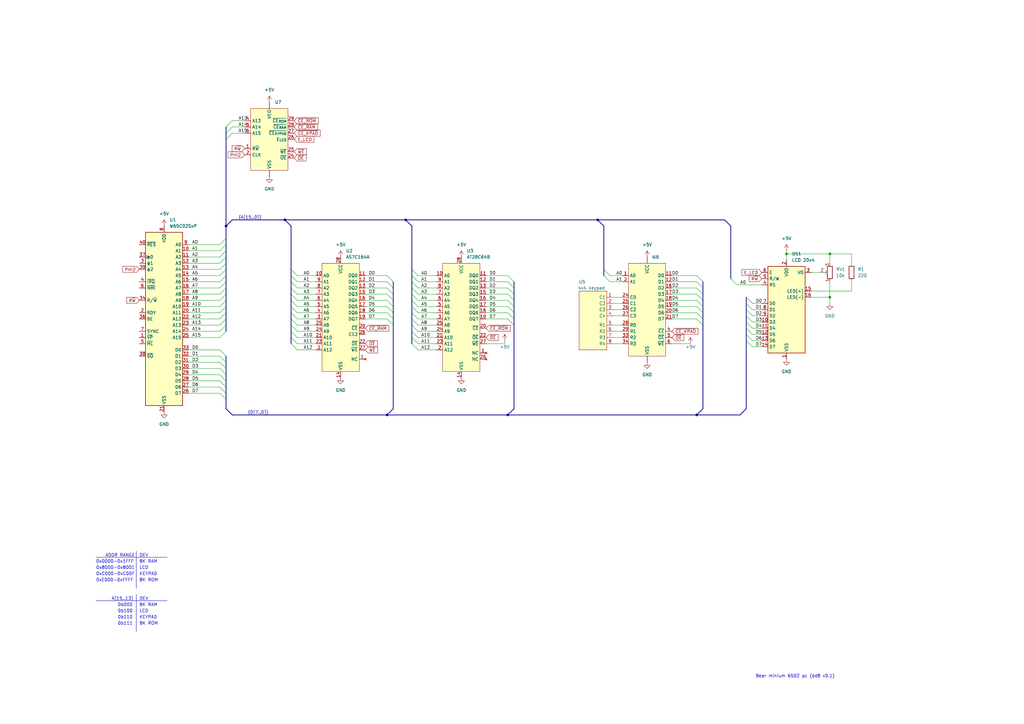
<source format=kicad_sch>
(kicad_sch (version 20230121) (generator eeschema)
  (paper "A3")
  (lib_symbols
    (symbol "Device:R" (pin_numbers hide) (pin_names (offset 0))
      (property "Reference" "R" (at 2.032 0 90))
      (property "Value" "R" (at 0 0 90))
      (symbol "R_0_1"
        (rectangle (start -1.016 -2.54) (end 1.016 2.54) (stroke (width 0.254)))
      )
      (symbol "R_1_1"
        (pin passive line (at 0 3.81 270) (length 1.27) (name "~") (number "1"))
        (pin passive line (at 0 -3.81 90) (length 1.27) (name "~") (number "2"))
      )
    )
    (symbol "Device:R_Potentiometer_Trim" (pin_names (offset 1.016) hide)
      (property "Reference" "RV" (at -4.445 0 90))
      (property "Value" "R_Potentiometer_Trim" (at -2.54 0 90))
      (symbol "R_Potentiometer_Trim_0_1"
        (polyline (pts (xy 1.524 0.762) (xy 1.524 -0.762)))
        (polyline (pts (xy 2.54 0) (xy 1.524 0)))
        (rectangle (start 1.016 2.54) (end -1.016 -2.54) (stroke (width 0.254)))
      )
      (symbol "R_Potentiometer_Trim_1_1"
        (pin passive line (at 0 3.81 270) (length 1.27) (name "1") (number "1"))
        (pin passive line (at 3.81 0 180) (length 1.27) (name "2") (number "2"))
        (pin passive line (at 0 -3.81 90) (length 1.27) (name "3") (number "3"))
      )
    )
    (symbol "Display_Character:WC1602A"
      (property "Reference" "DS" (at -5.842 19.05 0))
      (property "Value" "WC1602A" (at 5.334 19.05 0))
      (symbol "WC1602A_1_1"
        (rectangle (start -7.62 17.78) (end 7.62 -17.78) (stroke (width 0.254)) (fill (type background)))
        (pin power_in line (at 0 -20.32 90) (length 2.54) (name "VSS") (number "1"))
        (pin input line (at -10.16 -5.08 0) (length 2.54) (name "D3") (number "10"))
        (pin input line (at -10.16 -7.62 0) (length 2.54) (name "D4") (number "11"))
        (pin input line (at -10.16 -10.16 0) (length 2.54) (name "D5") (number "12"))
        (pin input line (at -10.16 -12.7 0) (length 2.54) (name "D6") (number "13"))
        (pin input line (at -10.16 -15.24 0) (length 2.54) (name "D7") (number "14"))
        (pin power_in line (at 10.16 7.62 180) (length 2.54) (name "LED(+)") (number "15"))
        (pin power_in line (at 10.16 5.08 180) (length 2.54) (name "LED(-)") (number "16"))
        (pin power_in line (at 0 20.32 270) (length 2.54) (name "VDD") (number "2"))
        (pin input line (at 10.16 15.24 180) (length 2.54) (name "VO") (number "3"))
        (pin input line (at -10.16 10.16 0) (length 2.54) (name "RS") (number "4"))
        (pin input line (at -10.16 12.7 0) (length 2.54) (name "R/W") (number "5"))
        (pin input line (at -10.16 15.24 0) (length 2.54) (name "E") (number "6"))
        (pin input line (at -10.16 2.54 0) (length 2.54) (name "D0") (number "7"))
        (pin input line (at -10.16 0 0) (length 2.54) (name "D1") (number "8"))
        (pin input line (at -10.16 -2.54 0) (length 2.54) (name "D2") (number "9"))
      )
    )
    (symbol "PCM_65xx-library:W65C02SxP"
      (property "Reference" "U" (at 2.54 40.64 0))
      (property "Value" "W65C02SxP" (at 2.54 38.1 0))
      (symbol "W65C02SxP_0_1"
        (rectangle (start -7.62 35.56) (end 7.62 -35.56) (stroke (width 0.254)) (fill (type background)))
      )
      (symbol "W65C02SxP_1_1"
        (pin output line (at -10.16 -7.62 0) (length 2.54) (name "~{VP}") (number "1"))
        (pin tri_state line (at 10.16 27.94 180) (length 2.54) (name "A1") (number "10"))
        (pin tri_state line (at 10.16 25.4 180) (length 2.54) (name "A2") (number "11"))
        (pin tri_state line (at 10.16 22.86 180) (length 2.54) (name "A3") (number "12"))
        (pin tri_state line (at 10.16 20.32 180) (length 2.54) (name "A4") (number "13"))
        (pin tri_state line (at 10.16 17.78 180) (length 2.54) (name "A5") (number "14"))
        (pin tri_state line (at 10.16 15.24 180) (length 2.54) (name "A6") (number "15"))
        (pin tri_state line (at 10.16 12.7 180) (length 2.54) (name "A7") (number "16"))
        (pin tri_state line (at 10.16 10.16 180) (length 2.54) (name "A8") (number "17"))
        (pin tri_state line (at 10.16 7.62 180) (length 2.54) (name "A9") (number "18"))
        (pin tri_state line (at 10.16 5.08 180) (length 2.54) (name "A10") (number "19"))
        (pin open_collector line (at -10.16 2.54 0) (length 2.54) (name "RDY") (number "2"))
        (pin tri_state line (at 10.16 2.54 180) (length 2.54) (name "A11") (number "20"))
        (pin power_in line (at 0 -38.1 90) (length 2.54) (name "VSS") (number "21"))
        (pin tri_state line (at 10.16 0 180) (length 2.54) (name "A12") (number "22"))
        (pin tri_state line (at 10.16 -2.54 180) (length 2.54) (name "A13") (number "23"))
        (pin tri_state line (at 10.16 -5.08 180) (length 2.54) (name "A14") (number "24"))
        (pin tri_state line (at 10.16 -7.62 180) (length 2.54) (name "A15") (number "25"))
        (pin bidirectional line (at 10.16 -30.48 180) (length 2.54) (name "D7") (number "26"))
        (pin bidirectional line (at 10.16 -27.94 180) (length 2.54) (name "D6") (number "27"))
        (pin bidirectional line (at 10.16 -25.4 180) (length 2.54) (name "D5") (number "28"))
        (pin bidirectional line (at 10.16 -22.86 180) (length 2.54) (name "D4") (number "29"))
        (pin output line (at -10.16 22.86 0) (length 2.54) (name "ϕ1") (number "3"))
        (pin bidirectional line (at 10.16 -20.32 180) (length 2.54) (name "D3") (number "30"))
        (pin bidirectional line (at 10.16 -17.78 180) (length 2.54) (name "D2") (number "31"))
        (pin bidirectional line (at 10.16 -15.24 180) (length 2.54) (name "D1") (number "32"))
        (pin bidirectional line (at 10.16 -12.7 180) (length 2.54) (name "D0") (number "33"))
        (pin tri_state line (at -10.16 7.62 0) (length 2.54) (name "R/~{W}") (number "34"))
        (pin no_connect non_logic (at -7.62 -30.48 0) (length 2.54) hide (name "nc") (number "35"))
        (pin input line (at -10.16 0 0) (length 2.54) (name "BE") (number "36"))
        (pin input clock (at -10.16 25.4 0) (length 2.54) (name "ϕ0") (number "37"))
        (pin input line (at -10.16 -15.24 0) (length 2.54) (name "~{SO}") (number "38"))
        (pin output line (at -10.16 20.32 0) (length 2.54) (name "ϕ2") (number "39"))
        (pin input line (at -10.16 15.24 0) (length 2.54) (name "~{IRQ}") (number "4"))
        (pin input line (at -10.16 30.48 0) (length 2.54) (name "~{RES}") (number "40"))
        (pin output line (at -10.16 -10.16 0) (length 2.54) (name "~{ML}") (number "5"))
        (pin input line (at -10.16 12.7 0) (length 2.54) (name "~{NMI}") (number "6"))
        (pin output line (at -10.16 -5.08 0) (length 2.54) (name "SYNC") (number "7"))
        (pin power_in line (at 0 38.1 270) (length 2.54) (name "VDD") (number "8"))
        (pin tri_state line (at 10.16 30.48 180) (length 2.54) (name "A0") (number "9"))
      )
    )
    (symbol "dd8_components_library:4x4_keypad"
      (property "Reference" "U" (at 3.81 13.97 0))
      (symbol "4x4_keypad_1_1"
        (rectangle (start -2.54 11.43) (end 8.89 -12.7) (fill (type background)))
        (pin bidirectional line (at -5.08 8.89 0) (length 2.54) (name "C1") (number "1"))
        (pin bidirectional line (at -5.08 6.35 0) (length 2.54) (name "C2") (number "2"))
        (pin bidirectional line (at -5.08 3.81 0) (length 2.54) (name "C3") (number "3"))
        (pin bidirectional line (at -5.08 1.27 0) (length 2.54) (name "C4") (number "4"))
        (pin bidirectional line (at -5.08 -2.54 0) (length 2.54) (name "R1") (number "5"))
        (pin bidirectional line (at -5.08 -5.08 0) (length 2.54) (name "R2") (number "6"))
        (pin bidirectional line (at -5.08 -7.62 0) (length 2.54) (name "R3") (number "7"))
        (pin bidirectional line (at -5.08 -10.16 0) (length 2.54) (name "R4") (number "8"))
      )
    )
    (symbol "dd8_components_library:AS7C164A"
      (property "Reference" "U" (at 2.54 25.4 0))
      (property "Value" "AS7C164A" (at 6.35 22.86 0))
      (symbol "AS7C164A_1_1"
        (rectangle (start -7.62 21.59) (end 7.62 -22.86) (fill (type background)))
        (pin no_connect line (at 10.16 -17.78 180) (length 2.54) (name "NC") (number "1"))
        (pin input line (at -10.16 16.51 0) (length 2.54) (name "A0") (number "10"))
        (pin tri_state line (at 10.16 16.51 180) (length 2.54) (name "DQ0") (number "11"))
        (pin tri_state line (at 10.16 13.97 180) (length 2.54) (name "DQ1") (number "12"))
        (pin tri_state line (at 10.16 11.43 180) (length 2.54) (name "DQ2") (number "13"))
        (pin power_in line (at 0 -25.4 90) (length 2.54) (name "VSS") (number "14"))
        (pin tri_state line (at 10.16 8.89 180) (length 2.54) (name "DQ3") (number "15"))
        (pin tri_state line (at 10.16 6.35 180) (length 2.54) (name "DQ4") (number "16"))
        (pin tri_state line (at 10.16 3.81 180) (length 2.54) (name "DQ5") (number "17"))
        (pin tri_state line (at 10.16 1.27 180) (length 2.54) (name "DQ6") (number "18"))
        (pin tri_state line (at 10.16 -1.27 180) (length 2.54) (name "DQ7") (number "19"))
        (pin input line (at -10.16 -13.97 0) (length 2.54) (name "A12") (number "2"))
        (pin input line (at 10.16 -5.08 180) (length 2.54) (name "~{CE}") (number "20"))
        (pin input line (at -10.16 -8.89 0) (length 2.54) (name "A10") (number "21"))
        (pin input line (at 10.16 -11.43 180) (length 2.54) (name "~{OE}") (number "22"))
        (pin input line (at -10.16 -11.43 0) (length 2.54) (name "A11") (number "23"))
        (pin input line (at -10.16 -6.35 0) (length 2.54) (name "A9") (number "24"))
        (pin input line (at -10.16 -3.81 0) (length 2.54) (name "A8") (number "25"))
        (pin input line (at 10.16 -7.62 180) (length 2.54) (name "CE2") (number "26"))
        (pin input line (at 10.16 -13.97 180) (length 2.54) (name "~{WE}") (number "27"))
        (pin power_in line (at 0 24.13 270) (length 2.54) (name "VCC") (number "28"))
        (pin input line (at -10.16 -1.27 0) (length 2.54) (name "A7") (number "3"))
        (pin input line (at -10.16 1.27 0) (length 2.54) (name "A6") (number "4"))
        (pin input line (at -10.16 3.81 0) (length 2.54) (name "A5") (number "5"))
        (pin input line (at -10.16 6.35 0) (length 2.54) (name "A4") (number "6"))
        (pin input line (at -10.16 8.89 0) (length 2.54) (name "A3") (number "7"))
        (pin input line (at -10.16 11.43 0) (length 2.54) (name "A2") (number "8"))
        (pin input line (at -10.16 13.97 0) (length 2.54) (name "A1") (number "9"))
      )
    )
    (symbol "dd8_components_library:AT28C64B"
      (property "Reference" "U" (at 2.54 24.13 0))
      (property "Value" "AT28C64B" (at 6.35 21.59 0))
      (symbol "AT28C64B_1_1"
        (rectangle (start -7.62 19.05) (end 7.62 -25.4) (fill (type background)))
        (pin no_connect line (at 10.16 -17.78 180) (length 2.54) (name "NC") (number "1"))
        (pin input line (at -10.16 13.97 0) (length 2.54) (name "A0") (number "10"))
        (pin tri_state line (at 10.16 13.97 180) (length 2.54) (name "DQ0") (number "11"))
        (pin tri_state line (at 10.16 11.43 180) (length 2.54) (name "DQ1") (number "12"))
        (pin tri_state line (at 10.16 8.89 180) (length 2.54) (name "DQ2") (number "13"))
        (pin power_in line (at 0 -27.94 90) (length 2.54) (name "VSS") (number "14"))
        (pin tri_state line (at 10.16 6.35 180) (length 2.54) (name "DQ3") (number "15"))
        (pin tri_state line (at 10.16 3.81 180) (length 2.54) (name "DQ4") (number "16"))
        (pin tri_state line (at 10.16 1.27 180) (length 2.54) (name "DQ5") (number "17"))
        (pin tri_state line (at 10.16 -1.27 180) (length 2.54) (name "DQ6") (number "18"))
        (pin tri_state line (at 10.16 -3.81 180) (length 2.54) (name "DQ7") (number "19"))
        (pin input line (at -10.16 -16.51 0) (length 2.54) (name "A12") (number "2"))
        (pin input line (at 10.16 -7.62 180) (length 2.54) (name "~{CE}") (number "20"))
        (pin input line (at -10.16 -11.43 0) (length 2.54) (name "A10") (number "21"))
        (pin input line (at 10.16 -11.43 180) (length 2.54) (name "~{OE}") (number "22"))
        (pin input line (at -10.16 -13.97 0) (length 2.54) (name "A11") (number "23"))
        (pin input line (at -10.16 -8.89 0) (length 2.54) (name "A9") (number "24"))
        (pin input line (at -10.16 -6.35 0) (length 2.54) (name "A8") (number "25"))
        (pin no_connect line (at 10.16 -20.32 180) (length 2.54) (name "NC") (number "26"))
        (pin input line (at 10.16 -13.97 180) (length 2.54) (name "~{WE}") (number "27"))
        (pin power_in line (at 0 21.59 270) (length 2.54) (name "VCC") (number "28"))
        (pin input line (at -10.16 -3.81 0) (length 2.54) (name "A7") (number "3"))
        (pin input line (at -10.16 -1.27 0) (length 2.54) (name "A6") (number "4"))
        (pin input line (at -10.16 1.27 0) (length 2.54) (name "A5") (number "5"))
        (pin input line (at -10.16 3.81 0) (length 2.54) (name "A4") (number "6"))
        (pin input line (at -10.16 6.35 0) (length 2.54) (name "A3") (number "7"))
        (pin input line (at -10.16 8.89 0) (length 2.54) (name "A2") (number "8"))
        (pin input line (at -10.16 11.43 0) (length 2.54) (name "A1") (number "9"))
      )
    )
    (symbol "ics_v0_1"
      (property "Reference" "U" (at 2.54 17.78 0))
      (symbol "ics_v0_1_1_1"
        (rectangle (start -7.62 12.7) (end 7.62 -12.7) (fill (type background)))
        (pin power_in line (at 0 15.24 270) (length 2.54) (name "VCC") (number ""))
        (pin power_in line (at 0 -15.24 90) (length 2.54) (name "VSS") (number ""))
        (pin input line (at -10.16 -3.81 0) (length 2.54) (name "R~{W}") (number "1"))
        (pin input line (at -10.16 -6.35 0) (length 2.54) (name "CLK") (number "2"))
        (pin output line (at 10.16 -7.62 180) (length 2.54) (name "~{OE}") (number "24"))
        (pin output line (at 10.16 -5.08 180) (length 2.54) (name "~{WE}") (number "25"))
        (pin output line (at 10.16 0 180) (length 2.54) (name "E_{LCD}") (number "26"))
        (pin output line (at 10.16 2.54 180) (length 2.54) (name "~{CE_{KYPAD}}") (number "27"))
        (pin output line (at 10.16 5.08 180) (length 2.54) (name "~{CE_{RAM}}") (number "28"))
        (pin output line (at 10.16 7.62 180) (length 2.54) (name "~{CE_{ROM}}") (number "29"))
        (pin input line (at -10.16 7.62 0) (length 2.54) (name "A13") (number "4"))
        (pin input line (at -10.16 5.08 0) (length 2.54) (name "A14") (number "5"))
        (pin input line (at -10.16 2.54 0) (length 2.54) (name "A15") (number "6"))
      )
    )
    (symbol "keypad_ctrl_1"
      (property "Reference" "U" (at 2.54 27.94 0))
      (symbol "keypad_ctrl_1_1_1"
        (rectangle (start -7.62 22.86) (end 7.62 -15.24) (fill (type background)))
        (pin power_in line (at 0 25.4 270) (length 2.54) (name "VCC") (number ""))
        (pin power_in line (at 0 -17.78 90) (length 2.54) (name "VSS") (number ""))
        (pin input line (at -10.16 17.78 0) (length 2.54) (name "A0") (number "1"))
        (pin output line (at 10.16 17.78 180) (length 2.54) (name "D0") (number "11"))
        (pin output line (at 10.16 15.24 180) (length 2.54) (name "D1") (number "12"))
        (pin output line (at 10.16 12.7 180) (length 2.54) (name "D2") (number "16"))
        (pin output line (at 10.16 10.16 180) (length 2.54) (name "D3") (number "17"))
        (pin output line (at 10.16 7.62 180) (length 2.54) (name "D4") (number "18"))
        (pin output line (at 10.16 5.08 180) (length 2.54) (name "D5") (number "19"))
        (pin input line (at -10.16 15.24 0) (length 2.54) (name "A1") (number "2"))
        (pin output line (at 10.16 2.54 180) (length 2.54) (name "D6") (number "20"))
        (pin output line (at 10.16 0 180) (length 2.54) (name "D7") (number "21"))
        (pin output line (at -10.16 8.89 0) (length 2.54) (name "C0") (number "24"))
        (pin output line (at -10.16 6.35 0) (length 2.54) (name "C1") (number "25"))
        (pin output line (at -10.16 3.81 0) (length 2.54) (name "C2") (number "26"))
        (pin output line (at -10.16 1.27 0) (length 2.54) (name "C3") (number "27"))
        (pin input line (at -10.16 -2.54 0) (length 2.54) (name "R0") (number "28"))
        (pin input line (at -10.16 -5.08 0) (length 2.54) (name "R1") (number "29"))
        (pin input line (at -10.16 -7.62 0) (length 2.54) (name "R2") (number "33"))
        (pin input line (at -10.16 -10.16 0) (length 2.54) (name "R3") (number "34"))
        (pin input line (at 10.16 -5.08 180) (length 2.54) (name "~{CE}") (number "4"))
        (pin input line (at 10.16 -7.62 180) (length 2.54) (name "~{OE}") (number "5"))
        (pin input line (at 10.16 -10.16 180) (length 2.54) (name "~{WE}") (number "6"))
      )
    )
    (symbol "power:+5V" (power) (pin_names (offset 0))
      (property "Value" "+5V" (at 0 3.556 0))
      (symbol "+5V_0_1"
        (polyline (pts (xy -0.762 1.27) (xy 0 2.54)))
        (polyline (pts (xy 0 0) (xy 0 2.54)))
        (polyline (pts (xy 0 2.54) (xy 0.762 1.27)))
      )
      (symbol "+5V_1_1"
        (pin power_in line (at 0 0 90) (length 0) hide (name "+5V") (number "1"))
      )
    )
    (symbol "power:GND" (power) (pin_names (offset 0))
      (property "Value" "GND" (at 0 -3.81 0))
      (symbol "GND_0_1"
        (polyline (pts (xy 0 0) (xy 0 -1.27) (xy 1.27 -1.27) (xy 0 -2.54) (xy -1.27 -1.27) (xy 0 -1.27)))
      )
      (symbol "GND_1_1"
        (pin power_in line (at 0 0 270) (length 0) hide (name "GND") (number "1"))
      )
    )
  )
  (junction (at 166.37 90.17))
  (junction (at 92.71 92.71))
  (junction (at 340.36 104.14))
  (junction (at 285.75 170.18))
  (junction (at 158.75 170.18))
  (junction (at 322.58 104.14))
  (junction (at 340.36 121.92))
  (junction (at 245.11 90.17))
  (junction (at 208.28 170.18))
  (junction (at 116.84 90.17))
  (bus_entry (at 306.07 137.16) (size 2.54 2.54))
  (bus_entry (at 158.75 113.03) (size 2.54 2.54))
  (bus_entry (at 90.17 130.81) (size 2.54 -2.54))
  (bus_entry (at 158.75 128.27) (size 2.54 2.54))
  (bus_entry (at 90.17 120.65) (size 2.54 -2.54))
  (bus_entry (at 208.28 125.73) (size 2.54 2.54))
  (bus_entry (at 168.91 138.43) (size 2.54 2.54))
  (bus_entry (at 119.38 120.65) (size 2.54 2.54))
  (bus_entry (at 119.38 118.11) (size 2.54 2.54))
  (bus_entry (at 90.17 148.59) (size 2.54 2.54))
  (bus_entry (at 168.91 128.27) (size 2.54 2.54))
  (bus_entry (at 306.07 124.46) (size 2.54 2.54))
  (bus_entry (at 208.28 115.57) (size 2.54 2.54))
  (bus_entry (at 168.91 123.19) (size 2.54 2.54))
  (bus_entry (at 168.91 120.65) (size 2.54 2.54))
  (bus_entry (at 119.38 125.73) (size 2.54 2.54))
  (bus_entry (at 285.75 118.11) (size 2.54 2.54))
  (bus_entry (at 158.75 123.19) (size 2.54 2.54))
  (bus_entry (at 90.17 118.11) (size 2.54 -2.54))
  (bus_entry (at 90.17 113.03) (size 2.54 -2.54))
  (bus_entry (at 90.17 153.67) (size 2.54 2.54))
  (bus_entry (at 247.65 113.03) (size 2.54 2.54))
  (bus_entry (at 168.91 133.35) (size 2.54 2.54))
  (bus_entry (at 90.17 115.57) (size 2.54 -2.54))
  (bus_entry (at 168.91 118.11) (size 2.54 2.54))
  (bus_entry (at 208.28 113.03) (size 2.54 2.54))
  (bus_entry (at 90.17 123.19) (size 2.54 -2.54))
  (bus_entry (at 119.38 133.35) (size 2.54 2.54))
  (bus_entry (at 168.91 115.57) (size 2.54 2.54))
  (bus_entry (at 158.75 115.57) (size 2.54 2.54))
  (bus_entry (at 92.71 57.15) (size 2.54 -2.54))
  (bus_entry (at 285.75 123.19) (size 2.54 2.54))
  (bus_entry (at 119.38 130.81) (size 2.54 2.54))
  (bus_entry (at 247.65 110.49) (size 2.54 2.54))
  (bus_entry (at 285.75 128.27) (size 2.54 2.54))
  (bus_entry (at 119.38 140.97) (size 2.54 2.54))
  (bus_entry (at 285.75 115.57) (size 2.54 2.54))
  (bus_entry (at 285.75 125.73) (size 2.54 2.54))
  (bus_entry (at 90.17 135.89) (size 2.54 -2.54))
  (bus_entry (at 119.38 113.03) (size 2.54 2.54))
  (bus_entry (at 158.75 125.73) (size 2.54 2.54))
  (bus_entry (at 90.17 102.87) (size 2.54 -2.54))
  (bus_entry (at 168.91 135.89) (size 2.54 2.54))
  (bus_entry (at 306.07 129.54) (size 2.54 2.54))
  (bus_entry (at 92.71 54.61) (size 2.54 -2.54))
  (bus_entry (at 306.07 134.62) (size 2.54 2.54))
  (bus_entry (at 285.75 120.65) (size 2.54 2.54))
  (bus_entry (at 306.07 132.08) (size 2.54 2.54))
  (bus_entry (at 90.17 156.21) (size 2.54 2.54))
  (bus_entry (at 306.07 139.7) (size 2.54 2.54))
  (bus_entry (at 168.91 125.73) (size 2.54 2.54))
  (bus_entry (at 90.17 133.35) (size 2.54 -2.54))
  (bus_entry (at 90.17 100.33) (size 2.54 -2.54))
  (bus_entry (at 90.17 143.51) (size 2.54 2.54))
  (bus_entry (at 168.91 140.97) (size 2.54 2.54))
  (bus_entry (at 119.38 123.19) (size 2.54 2.54))
  (bus_entry (at 299.72 114.3) (size 2.54 2.54))
  (bus_entry (at 119.38 128.27) (size 2.54 2.54))
  (bus_entry (at 208.28 120.65) (size 2.54 2.54))
  (bus_entry (at 90.17 161.29) (size 2.54 2.54))
  (bus_entry (at 168.91 110.49) (size 2.54 2.54))
  (bus_entry (at 208.28 130.81) (size 2.54 2.54))
  (bus_entry (at 306.07 127) (size 2.54 2.54))
  (bus_entry (at 90.17 138.43) (size 2.54 -2.54))
  (bus_entry (at 92.71 52.07) (size 2.54 -2.54))
  (bus_entry (at 285.75 130.81) (size 2.54 2.54))
  (bus_entry (at 90.17 107.95) (size 2.54 -2.54))
  (bus_entry (at 285.75 113.03) (size 2.54 2.54))
  (bus_entry (at 168.91 130.81) (size 2.54 2.54))
  (bus_entry (at 208.28 128.27) (size 2.54 2.54))
  (bus_entry (at 306.07 121.92) (size 2.54 2.54))
  (bus_entry (at 158.75 130.81) (size 2.54 2.54))
  (bus_entry (at 208.28 123.19) (size 2.54 2.54))
  (bus_entry (at 168.91 113.03) (size 2.54 2.54))
  (bus_entry (at 119.38 135.89) (size 2.54 2.54))
  (bus_entry (at 119.38 110.49) (size 2.54 2.54))
  (bus_entry (at 119.38 115.57) (size 2.54 2.54))
  (bus_entry (at 90.17 125.73) (size 2.54 -2.54))
  (bus_entry (at 208.28 118.11) (size 2.54 2.54))
  (bus_entry (at 90.17 146.05) (size 2.54 2.54))
  (bus_entry (at 158.75 120.65) (size 2.54 2.54))
  (bus_entry (at 90.17 128.27) (size 2.54 -2.54))
  (bus_entry (at 119.38 138.43) (size 2.54 2.54))
  (bus_entry (at 90.17 110.49) (size 2.54 -2.54))
  (bus_entry (at 158.75 118.11) (size 2.54 2.54))
  (bus_entry (at 90.17 151.13) (size 2.54 2.54))
  (bus_entry (at 90.17 158.75) (size 2.54 2.54))
  (bus_entry (at 90.17 105.41) (size 2.54 -2.54))
  (bus (pts (xy 288.29 115.57) (xy 288.29 118.11)))
  (wire (pts (xy 77.47 110.49) (xy 90.17 110.49)))
  (bus (pts (xy 95.25 170.18) (xy 158.75 170.18)))
  (wire (pts (xy 77.47 100.33) (xy 90.17 100.33)))
  (wire (pts (xy 171.45 128.27) (xy 179.07 128.27)))
  (wire (pts (xy 340.36 104.14) (xy 340.36 107.95)))
  (bus (pts (xy 288.29 130.81) (xy 288.29 133.35)))
  (bus (pts (xy 92.71 92.71) (xy 95.25 90.17)))
  (wire (pts (xy 77.47 158.75) (xy 90.17 158.75)))
  (bus (pts (xy 92.71 54.61) (xy 92.71 57.15)))
  (bus (pts (xy 168.91 92.71) (xy 166.37 90.17)))
  (bus (pts (xy 288.29 128.27) (xy 288.29 130.81)))
  (bus (pts (xy 119.38 110.49) (xy 119.38 92.71)))
  (bus (pts (xy 95.25 90.17) (xy 116.84 90.17)))
  (bus (pts (xy 92.71 130.81) (xy 92.71 128.27)))
  (bus (pts (xy 168.91 130.81) (xy 168.91 128.27)))
  (wire (pts (xy 199.39 118.11) (xy 208.28 118.11)))
  (wire (pts (xy 121.92 143.51) (xy 129.54 143.51)))
  (wire (pts (xy 95.25 54.61) (xy 100.33 54.61)))
  (wire (pts (xy 199.39 123.19) (xy 208.28 123.19)))
  (wire (pts (xy 77.47 128.27) (xy 90.17 128.27)))
  (wire (pts (xy 275.59 140.97) (xy 283.21 140.97)))
  (wire (pts (xy 77.47 120.65) (xy 90.17 120.65)))
  (bus (pts (xy 92.71 151.13) (xy 92.71 153.67)))
  (wire (pts (xy 95.25 49.53) (xy 100.33 49.53)))
  (wire (pts (xy 251.46 129.54) (xy 255.27 129.54)))
  (wire (pts (xy 121.92 128.27) (xy 129.54 128.27)))
  (wire (pts (xy 171.45 120.65) (xy 179.07 120.65)))
  (wire (pts (xy 275.59 120.65) (xy 285.75 120.65)))
  (wire (pts (xy 171.45 130.81) (xy 179.07 130.81)))
  (wire (pts (xy 308.61 129.54) (xy 312.42 129.54)))
  (wire (pts (xy 149.86 125.73) (xy 158.75 125.73)))
  (wire (pts (xy 77.47 105.41) (xy 90.17 105.41)))
  (wire (pts (xy 302.26 116.84) (xy 312.42 116.84)))
  (wire (pts (xy 149.86 113.03) (xy 158.75 113.03)))
  (bus (pts (xy 208.28 170.18) (xy 285.75 170.18)))
  (bus (pts (xy 247.65 110.49) (xy 247.65 92.71)))
  (bus (pts (xy 92.71 156.21) (xy 92.71 158.75)))
  (bus (pts (xy 245.11 90.17) (xy 297.18 90.17)))
  (bus (pts (xy 306.07 121.92) (xy 306.07 124.46)))
  (wire (pts (xy 171.45 115.57) (xy 179.07 115.57)))
  (wire (pts (xy 77.47 156.21) (xy 90.17 156.21)))
  (bus (pts (xy 92.71 113.03) (xy 92.71 110.49)))
  (wire (pts (xy 251.46 133.35) (xy 255.27 133.35)))
  (bus (pts (xy 299.72 114.3) (xy 299.72 92.71)))
  (wire (pts (xy 207.01 139.7) (xy 207.01 140.97)))
  (wire (pts (xy 308.61 139.7) (xy 312.42 139.7)))
  (bus (pts (xy 92.71 52.07) (xy 92.71 54.61)))
  (bus (pts (xy 161.29 130.81) (xy 161.29 133.35)))
  (wire (pts (xy 121.92 130.81) (xy 129.54 130.81)))
  (bus (pts (xy 168.91 115.57) (xy 168.91 113.03)))
  (bus (pts (xy 92.71 135.89) (xy 92.71 133.35)))
  (wire (pts (xy 121.92 125.73) (xy 129.54 125.73)))
  (wire (pts (xy 77.47 138.43) (xy 90.17 138.43)))
  (bus (pts (xy 92.71 57.15) (xy 92.71 92.71)))
  (wire (pts (xy 308.61 137.16) (xy 312.42 137.16)))
  (wire (pts (xy 349.25 104.14) (xy 349.25 107.95)))
  (bus (pts (xy 119.38 113.03) (xy 119.38 110.49)))
  (wire (pts (xy 121.92 140.97) (xy 129.54 140.97)))
  (bus (pts (xy 92.71 148.59) (xy 92.71 151.13)))
  (wire (pts (xy 251.46 127) (xy 255.27 127)))
  (wire (pts (xy 77.47 146.05) (xy 90.17 146.05)))
  (bus (pts (xy 92.71 158.75) (xy 92.71 161.29)))
  (bus (pts (xy 119.38 133.35) (xy 119.38 130.81)))
  (bus (pts (xy 116.84 90.17) (xy 166.37 90.17)))
  (bus (pts (xy 161.29 125.73) (xy 161.29 128.27)))
  (bus (pts (xy 119.38 130.81) (xy 119.38 128.27)))
  (wire (pts (xy 77.47 151.13) (xy 90.17 151.13)))
  (wire (pts (xy 340.36 121.92) (xy 340.36 124.46)))
  (wire (pts (xy 171.45 123.19) (xy 179.07 123.19)))
  (wire (pts (xy 121.92 135.89) (xy 129.54 135.89)))
  (wire (pts (xy 77.47 102.87) (xy 90.17 102.87)))
  (wire (pts (xy 121.92 120.65) (xy 129.54 120.65)))
  (bus (pts (xy 288.29 118.11) (xy 288.29 120.65)))
  (wire (pts (xy 149.86 128.27) (xy 158.75 128.27)))
  (wire (pts (xy 121.92 133.35) (xy 129.54 133.35)))
  (bus (pts (xy 119.38 115.57) (xy 119.38 113.03)))
  (wire (pts (xy 199.39 130.81) (xy 208.28 130.81)))
  (wire (pts (xy 199.39 115.57) (xy 208.28 115.57)))
  (wire (pts (xy 199.39 113.03) (xy 208.28 113.03)))
  (wire (pts (xy 121.92 113.03) (xy 129.54 113.03)))
  (wire (pts (xy 77.47 133.35) (xy 90.17 133.35)))
  (bus (pts (xy 119.38 125.73) (xy 119.38 123.19)))
  (wire (pts (xy 199.39 125.73) (xy 208.28 125.73)))
  (bus (pts (xy 119.38 118.11) (xy 119.38 115.57)))
  (wire (pts (xy 275.59 123.19) (xy 285.75 123.19)))
  (bus (pts (xy 306.07 139.7) (xy 306.07 167.64)))
  (bus (pts (xy 306.07 137.16) (xy 306.07 139.7)))
  (bus (pts (xy 247.65 113.03) (xy 247.65 110.49)))
  (bus (pts (xy 306.07 134.62) (xy 306.07 137.16)))
  (wire (pts (xy 149.86 115.57) (xy 158.75 115.57)))
  (bus (pts (xy 92.71 133.35) (xy 92.71 130.81)))
  (wire (pts (xy 171.45 135.89) (xy 179.07 135.89)))
  (bus (pts (xy 92.71 118.11) (xy 92.71 115.57)))
  (bus (pts (xy 285.75 170.18) (xy 303.53 170.18)))
  (bus (pts (xy 119.38 135.89) (xy 119.38 133.35)))
  (bus (pts (xy 288.29 120.65) (xy 288.29 123.19)))
  (bus (pts (xy 168.91 140.97) (xy 168.91 138.43)))
  (bus (pts (xy 119.38 92.71) (xy 116.84 90.17)))
  (wire (pts (xy 77.47 161.29) (xy 90.17 161.29)))
  (bus (pts (xy 92.71 167.64) (xy 95.25 170.18)))
  (bus (pts (xy 288.29 167.64) (xy 285.75 170.18)))
  (bus (pts (xy 92.71 110.49) (xy 92.71 107.95)))
  (bus (pts (xy 92.71 120.65) (xy 92.71 118.11)))
  (bus (pts (xy 119.38 128.27) (xy 119.38 125.73)))
  (wire (pts (xy 322.58 102.87) (xy 322.58 104.14)))
  (bus (pts (xy 210.82 130.81) (xy 210.82 133.35)))
  (wire (pts (xy 275.59 118.11) (xy 285.75 118.11)))
  (bus (pts (xy 306.07 132.08) (xy 306.07 134.62)))
  (bus (pts (xy 161.29 115.57) (xy 161.29 118.11)))
  (wire (pts (xy 77.47 148.59) (xy 90.17 148.59)))
  (bus (pts (xy 288.29 133.35) (xy 288.29 167.64)))
  (wire (pts (xy 171.45 133.35) (xy 179.07 133.35)))
  (bus (pts (xy 210.82 115.57) (xy 210.82 118.11)))
  (wire (pts (xy 77.47 107.95) (xy 90.17 107.95)))
  (wire (pts (xy 77.47 125.73) (xy 90.17 125.73)))
  (bus (pts (xy 161.29 118.11) (xy 161.29 120.65)))
  (wire (pts (xy 332.74 119.38) (xy 349.25 119.38)))
  (wire (pts (xy 171.45 143.51) (xy 179.07 143.51)))
  (bus (pts (xy 161.29 120.65) (xy 161.29 123.19)))
  (wire (pts (xy 308.61 134.62) (xy 312.42 134.62)))
  (bus (pts (xy 168.91 123.19) (xy 168.91 120.65)))
  (bus (pts (xy 92.71 153.67) (xy 92.71 156.21)))
  (bus (pts (xy 168.91 138.43) (xy 168.91 135.89)))
  (bus (pts (xy 161.29 167.64) (xy 158.75 170.18)))
  (bus (pts (xy 288.29 125.73) (xy 288.29 128.27)))
  (bus (pts (xy 168.91 135.89) (xy 168.91 133.35)))
  (bus (pts (xy 168.91 120.65) (xy 168.91 118.11)))
  (bus (pts (xy 210.82 128.27) (xy 210.82 130.81)))
  (wire (pts (xy 322.58 104.14) (xy 340.36 104.14)))
  (wire (pts (xy 251.46 135.89) (xy 255.27 135.89)))
  (wire (pts (xy 332.74 111.76) (xy 336.55 111.76)))
  (wire (pts (xy 199.39 120.65) (xy 208.28 120.65)))
  (bus (pts (xy 119.38 138.43) (xy 119.38 135.89)))
  (bus (pts (xy 168.91 110.49) (xy 168.91 92.71)))
  (bus (pts (xy 166.37 90.17) (xy 245.11 90.17)))
  (bus (pts (xy 92.71 92.71) (xy 92.71 97.79)))
  (wire (pts (xy 121.92 123.19) (xy 129.54 123.19)))
  (wire (pts (xy 95.25 52.07) (xy 100.33 52.07)))
  (wire (pts (xy 349.25 115.57) (xy 349.25 119.38)))
  (bus (pts (xy 92.71 105.41) (xy 92.71 102.87)))
  (wire (pts (xy 77.47 118.11) (xy 90.17 118.11)))
  (wire (pts (xy 275.59 130.81) (xy 285.75 130.81)))
  (bus (pts (xy 299.72 92.71) (xy 297.18 90.17)))
  (wire (pts (xy 149.86 118.11) (xy 158.75 118.11)))
  (bus (pts (xy 168.91 133.35) (xy 168.91 130.81)))
  (wire (pts (xy 275.59 115.57) (xy 285.75 115.57)))
  (bus (pts (xy 92.71 115.57) (xy 92.71 113.03)))
  (wire (pts (xy 332.74 121.92) (xy 340.36 121.92)))
  (wire (pts (xy 171.45 118.11) (xy 179.07 118.11)))
  (bus (pts (xy 306.07 167.64) (xy 303.53 170.18)))
  (bus (pts (xy 92.71 107.95) (xy 92.71 105.41)))
  (wire (pts (xy 308.61 142.24) (xy 312.42 142.24)))
  (wire (pts (xy 171.45 113.03) (xy 179.07 113.03)))
  (wire (pts (xy 77.47 143.51) (xy 90.17 143.51)))
  (bus (pts (xy 92.71 128.27) (xy 92.71 125.73)))
  (bus (pts (xy 168.91 125.73) (xy 168.91 123.19)))
  (wire (pts (xy 322.58 104.14) (xy 322.58 106.68)))
  (bus (pts (xy 306.07 124.46) (xy 306.07 127)))
  (wire (pts (xy 250.19 115.57) (xy 255.27 115.57)))
  (bus (pts (xy 119.38 123.19) (xy 119.38 120.65)))
  (bus (pts (xy 92.71 146.05) (xy 92.71 148.59)))
  (wire (pts (xy 251.46 138.43) (xy 255.27 138.43)))
  (bus (pts (xy 161.29 133.35) (xy 161.29 167.64)))
  (wire (pts (xy 199.39 128.27) (xy 208.28 128.27)))
  (wire (pts (xy 171.45 140.97) (xy 179.07 140.97)))
  (bus (pts (xy 92.71 100.33) (xy 92.71 97.79)))
  (wire (pts (xy 275.59 113.03) (xy 285.75 113.03)))
  (wire (pts (xy 199.39 140.97) (xy 207.01 140.97)))
  (bus (pts (xy 247.65 92.71) (xy 245.11 90.17)))
  (bus (pts (xy 161.29 128.27) (xy 161.29 130.81)))
  (wire (pts (xy 275.59 128.27) (xy 285.75 128.27)))
  (wire (pts (xy 275.59 125.73) (xy 285.75 125.73)))
  (wire (pts (xy 171.45 138.43) (xy 179.07 138.43)))
  (wire (pts (xy 77.47 130.81) (xy 90.17 130.81)))
  (wire (pts (xy 340.36 115.57) (xy 340.36 121.92)))
  (wire (pts (xy 121.92 118.11) (xy 129.54 118.11)))
  (bus (pts (xy 168.91 118.11) (xy 168.91 115.57)))
  (bus (pts (xy 119.38 120.65) (xy 119.38 118.11)))
  (wire (pts (xy 340.36 104.14) (xy 349.25 104.14)))
  (wire (pts (xy 121.92 115.57) (xy 129.54 115.57)))
  (bus (pts (xy 92.71 125.73) (xy 92.71 123.19)))
  (wire (pts (xy 149.86 123.19) (xy 158.75 123.19)))
  (bus (pts (xy 210.82 123.19) (xy 210.82 125.73)))
  (wire (pts (xy 121.92 138.43) (xy 129.54 138.43)))
  (wire (pts (xy 77.47 123.19) (xy 90.17 123.19)))
  (bus (pts (xy 92.71 102.87) (xy 92.71 100.33)))
  (wire (pts (xy 77.47 153.67) (xy 90.17 153.67)))
  (wire (pts (xy 308.61 132.08) (xy 312.42 132.08)))
  (wire (pts (xy 171.45 125.73) (xy 179.07 125.73)))
  (bus (pts (xy 92.71 163.83) (xy 92.71 167.64)))
  (bus (pts (xy 210.82 133.35) (xy 210.82 167.64)))
  (wire (pts (xy 250.19 113.03) (xy 255.27 113.03)))
  (wire (pts (xy 251.46 124.46) (xy 255.27 124.46)))
  (wire (pts (xy 149.86 120.65) (xy 158.75 120.65)))
  (bus (pts (xy 306.07 127) (xy 306.07 129.54)))
  (bus (pts (xy 168.91 128.27) (xy 168.91 125.73)))
  (wire (pts (xy 251.46 121.92) (xy 255.27 121.92)))
  (bus (pts (xy 158.75 170.18) (xy 208.28 170.18)))
  (wire (pts (xy 308.61 124.46) (xy 312.42 124.46)))
  (bus (pts (xy 210.82 125.73) (xy 210.82 128.27)))
  (bus (pts (xy 306.07 129.54) (xy 306.07 132.08)))
  (bus (pts (xy 92.71 123.19) (xy 92.71 120.65)))
  (wire (pts (xy 308.61 127) (xy 312.42 127)))
  (wire (pts (xy 77.47 135.89) (xy 90.17 135.89)))
  (bus (pts (xy 210.82 167.64) (xy 208.28 170.18)))
  (bus (pts (xy 161.29 123.19) (xy 161.29 125.73)))
  (wire (pts (xy 251.46 140.97) (xy 255.27 140.97)))
  (bus (pts (xy 168.91 113.03) (xy 168.91 110.49)))
  (wire (pts (xy 77.47 115.57) (xy 90.17 115.57)))
  (wire (pts (xy 149.86 130.81) (xy 158.75 130.81)))
  (wire (pts (xy 77.47 113.03) (xy 90.17 113.03)))
  (bus (pts (xy 119.38 140.97) (xy 119.38 138.43)))
  (bus (pts (xy 92.71 161.29) (xy 92.71 163.83)))
  (bus (pts (xy 210.82 120.65) (xy 210.82 123.19)))
  (bus (pts (xy 210.82 118.11) (xy 210.82 120.65)))
  (bus (pts (xy 288.29 123.19) (xy 288.29 125.73)))
  (rectangle (start 39.37 228.6) (end 68.58 228.6))
  (rectangle (start 55.88 243.84) (end 55.88 259.08))
  (rectangle (start 39.37 246.38) (end 68.58 246.38))
  (rectangle (start 55.88 226.06) (end 55.88 241.3))
  (text "0b100" (at 48.26 251.46 0) (effects (font (size 1.27 1.27)) (justify left bottom)))
  (text "LCD" (at 57.15 251.46 0) (effects (font (size 1.27 1.27)) (justify left bottom)))
  (text "KEYPAD" (at 57.15 236.22 0) (effects (font (size 1.27 1.27)) (justify left bottom)))
  (text "8K RAM" (at 57.15 248.92 0) (effects (font (size 1.27 1.27)) (justify left bottom)))
  (text "0x8000-0x8001" (at 39.37 233.68 0) (effects (font (size 1.27 1.27)) (justify left bottom)))
  (text "0b111" (at 48.26 256.54 0) (effects (font (size 1.27 1.27)) (justify left bottom)))
  (text "LCD" (at 57.15 233.68 0) (effects (font (size 1.27 1.27)) (justify left bottom)))
  (text "DEV" (at 57.15 246.38 0) (effects (font (size 1.27 1.27)) (justify left bottom)))
  (text "A[15..13]" (at 45.72 246.38 0) (effects (font (size 1.27 1.27)) (justify left bottom)))
  (text "0xE000-0xFFFF " (at 39.37 238.76 0) (effects (font (size 1.27 1.27)) (justify left bottom)))
  (text "0xC000-0xC00F" (at 39.37 236.22 0) (effects (font (size 1.27 1.27)) (justify left bottom)))
  (text "8K ROM" (at 57.15 238.76 0) (effects (font (size 1.27 1.27)) (justify left bottom)))
  (text "ADDR RANGE" (at 43.18 228.6 0) (effects (font (size 1.27 1.27)) (justify left bottom)))
  (text "DEV" (at 57.15 228.6 0) (effects (font (size 1.27 1.27)) (justify left bottom)))
  (text "8K ROM" (at 57.15 256.54 0) (effects (font (size 1.27 1.27)) (justify left bottom)))
  (text "8K RAM" (at 57.15 231.14 0) (effects (font (size 1.27 1.27)) (justify left bottom)))
  (text "0b000" (at 48.26 248.92 0) (effects (font (size 1.27 1.27)) (justify left bottom)))
  (text "0x0000-0x1FFF" (at 39.37 231.14 0) (effects (font (size 1.27 1.27)) (justify left bottom)))
  (text "0b110" (at 48.26 254 0) (effects (font (size 1.27 1.27)) (justify left bottom)))
  (text "Bear minium 6502 pc (dd8 v0.1) " (at 309.88 278.13 0) (effects (font (size 1.27 1.27)) (justify left bottom)))
  (text "KEYPAD" (at 57.15 254 0) (effects (font (size 1.27 1.27)) (justify left bottom)))
  (label "D3" (at 200.66 120.65 0))
  (label "D1" (at 151.13 115.57 0))
  (label "D5" (at 151.13 125.73 0))
  (label "D4" (at 275.59 123.19 0))
  (label "A0" (at 172.72 113.03 0))
  (label "D5" (at 78.74 156.21 0))
  (label "D2" (at 309.88 129.54 0))
  (label "D4" (at 78.74 153.67 0))
  (label "D5" (at 309.88 137.16 0))
  (label "D3" (at 78.74 151.13 0))
  (label "D7" (at 78.74 161.29 0))
  (label "D2" (at 78.74 148.59 0))
  (label "D6" (at 275.59 128.27 0))
  (label "A6" (at 78.74 115.57 0))
  (label "D7" (at 309.88 142.24 0))
  (label "A3" (at 124.46 120.65 0))
  (label "D0" (at 78.74 143.51 0))
  (label "D5" (at 275.59 125.73 0))
  (label "A12" (at 78.74 130.81 0))
  (label "A4" (at 172.72 123.19 0))
  (label "D2" (at 200.66 118.11 0))
  (label "A11" (at 172.72 140.97 0))
  (label "A1" (at 252.73 115.57 0))
  (label "D0" (at 275.59 113.03 0))
  (label "A15" (at 97.79 54.61 0))
  (label "A2" (at 124.46 118.11 0))
  (label "D7" (at 275.59 130.81 0))
  (label "A1" (at 124.46 115.57 0))
  (label "D6" (at 151.13 128.27 0))
  (label "D1" (at 78.74 146.05 0))
  (label "{A[15..0]}" (at 97.79 90.17 0))
  (label "A13" (at 97.79 49.53 0))
  (label "D6" (at 309.88 139.7 0))
  (label "A7" (at 172.72 130.81 0))
  (label "A7" (at 124.46 130.81 0))
  (label "A3" (at 78.74 107.95 0))
  (label "D0" (at 151.13 113.03 0))
  (label "D3" (at 151.13 120.65 0))
  (label "D3" (at 275.59 120.65 0))
  (label "D2" (at 275.59 118.11 0))
  (label "A12" (at 124.46 143.51 0))
  (label "A3" (at 172.72 120.65 0))
  (label "A6" (at 172.72 128.27 0))
  (label "D7" (at 200.66 130.81 0))
  (label "D3" (at 309.88 132.08 0))
  (label "D4" (at 200.66 123.19 0))
  (label "A12" (at 172.72 143.51 0))
  (label "A9" (at 124.46 135.89 0))
  (label "A0" (at 124.46 113.03 0))
  (label "A9" (at 78.74 123.19 0))
  (label "A10" (at 78.74 125.73 0))
  (label "A4" (at 124.46 123.19 0))
  (label "D6" (at 78.74 158.75 0))
  (label "A1" (at 172.72 115.57 0))
  (label "A2" (at 172.72 118.11 0))
  (label "A9" (at 172.72 135.89 0))
  (label "D0" (at 200.66 113.03 0))
  (label "D4" (at 309.88 134.62 0))
  (label "A10" (at 172.72 138.43 0))
  (label "A6" (at 124.46 128.27 0))
  (label "D4" (at 151.13 123.19 0))
  (label "A4" (at 78.74 110.49 0))
  (label "A15" (at 78.74 138.43 0))
  (label "D5" (at 200.66 125.73 0))
  (label "A1" (at 78.74 102.87 0))
  (label "A7" (at 78.74 118.11 0))
  (label "A11" (at 124.46 140.97 0))
  (label "A10" (at 124.46 138.43 0))
  (label "A0" (at 252.73 113.03 0))
  (label "A5" (at 78.74 113.03 0))
  (label "A5" (at 124.46 125.73 0))
  (label "D1" (at 309.88 127 0))
  (label "D0" (at 309.88 124.46 0))
  (label "A2" (at 78.74 105.41 0))
  (label "A0" (at 78.74 100.33 0))
  (label "A8" (at 172.72 133.35 0))
  (label "D2" (at 151.13 118.11 0))
  (label "D7" (at 151.13 130.81 0))
  (label "A8" (at 124.46 133.35 0))
  (label "A11" (at 78.74 128.27 0))
  (label "A14" (at 78.74 135.89 0))
  (label "A14" (at 97.79 52.07 0))
  (label "{D[7..0]}" (at 101.6 170.18 0))
  (label "A0" (at 303.53 116.84 0))
  (label "A5" (at 172.72 125.73 0))
  (label "D1" (at 275.59 115.57 0))
  (label "A13" (at 78.74 133.35 0))
  (label "A8" (at 78.74 120.65 0))
  (label "D6" (at 200.66 128.27 0))
  (label "D1" (at 200.66 115.57 0))
  (global_label "R~{W}" (shape input) (at 100.33 60.96 180) (property "Intersheetrefs" "${INTERSHEET_REFS}" (effects hide)))
  (global_label "PHI2" (shape input) (at 57.15 110.49 180) (property "Intersheetrefs" "${INTERSHEET_REFS}" (effects hide)))
  (global_label "R~{W}" (shape input) (at 312.42 114.3 180) (property "Intersheetrefs" "${INTERSHEET_REFS}" (effects hide)))
  (global_label "E_LCD" (shape input) (at 120.65 57.15 0) (property "Intersheetrefs" "${INTERSHEET_REFS}" (effects hide)))
  (global_label "~{CE_KPAD}" (shape input) (at 120.65 54.61 0) (property "Intersheetrefs" "${INTERSHEET_REFS}" (effects hide)))
  (global_label "~{CE_KPAD}" (shape input) (at 275.59 135.89 0) (property "Intersheetrefs" "${INTERSHEET_REFS}" (effects hide)))
  (global_label "PHI2" (shape input) (at 100.33 63.5 180) (property "Intersheetrefs" "${INTERSHEET_REFS}" (effects hide)))
  (global_label "~{CE_RAM}" (shape input) (at 120.65 52.07 0) (property "Intersheetrefs" "${INTERSHEET_REFS}" (effects hide)))
  (global_label "~{OE}" (shape input) (at 120.65 64.77 0) (property "Intersheetrefs" "${INTERSHEET_REFS}" (effects hide)))
  (global_label "~{OE}" (shape input) (at 199.39 138.43 0) (property "Intersheetrefs" "${INTERSHEET_REFS}" (effects hide)))
  (global_label "~{OE}" (shape input) (at 275.59 138.43 0) (property "Intersheetrefs" "${INTERSHEET_REFS}" (effects hide)))
  (global_label "~{CE_ROM}" (shape input) (at 120.65 49.53 0) (property "Intersheetrefs" "${INTERSHEET_REFS}" (effects hide)))
  (global_label "~{WE}" (shape input) (at 149.86 143.51 0) (property "Intersheetrefs" "${INTERSHEET_REFS}" (effects hide)))
  (global_label "E_LCD" (shape input) (at 312.42 111.76 180) (property "Intersheetrefs" "${INTERSHEET_REFS}" (effects hide)))
  (global_label "~{CE_ROM}" (shape input) (at 199.39 134.62 0) (property "Intersheetrefs" "${INTERSHEET_REFS}" (effects hide)))
  (global_label "R~{W}" (shape input) (at 57.15 123.19 180) (property "Intersheetrefs" "${INTERSHEET_REFS}" (effects hide)))
  (global_label "~{OE}" (shape input) (at 149.86 140.97 0) (property "Intersheetrefs" "${INTERSHEET_REFS}" (effects hide)))
  (global_label "~{CE_RAM}" (shape input) (at 149.86 134.62 0) (property "Intersheetrefs" "${INTERSHEET_REFS}" (effects hide)))
  (global_label "~{WE}" (shape input) (at 120.65 62.23 0) (property "Intersheetrefs" "${INTERSHEET_REFS}" (effects hide)))
  (symbol (lib_id "power:+5V") (at 139.7 105.41 0) (unit 1)
    (property "Reference" "#PWR02" (effects hide))
    (property "Value" "+5V" (at 139.7 100.33 0))
  )
  (symbol (lib_id "power:GND") (at 139.7 154.94 0) (unit 1)
    (property "Reference" "#PWR05" (effects hide))
    (property "Value" "GND" (at 139.7 160.02 0))
  )
  (symbol (lib_id "power:+5V") (at 265.43 105.41 0) (unit 1)
    (property "Reference" "#PWR07" (effects hide))
    (property "Value" "+5V" (at 265.43 100.33 0))
  )
  (symbol (lib_id "power:GND") (at 189.23 154.94 0) (unit 1)
    (property "Reference" "#PWR06" (effects hide))
    (property "Value" "GND" (at 189.23 160.02 0))
  )
  (symbol (lib_name "ics_v0_1") (lib_id "dd8_components_library:ics_v0") (at 110.49 57.15 0) (unit 1)
    (property "Reference" "U7" (at 112.6841 41.91 0) (effects (justify left)))
    (property "Value" "~" (at 110.49 45.085 0))
  )
  (symbol (lib_id "PCM_65xx-library:W65C02SxP") (at 67.31 130.81 0) (unit 1)
    (property "Reference" "U1" (at 69.5041 90.17 0) (effects (justify left)))
    (property "Value" "W65C02SxP" (at 69.5041 92.71 0) (effects (justify left)))
    (property "Footprint" "Package_DIP:DIP-40_W15.24mm" (effects hide))
    (property "Datasheet" "http://www.westerndesigncenter.com/wdc/documentation/w65c02s.pdf" (effects hide))
  )
  (symbol (lib_id "power:GND") (at 340.36 124.46 0) (unit 1)
    (property "Reference" "#PWR010" (effects hide))
    (property "Value" "GND" (at 340.36 129.54 0))
  )
  (symbol (lib_id "power:+5V") (at 67.31 92.71 0) (unit 1)
    (property "Reference" "#PWR01" (effects hide))
    (property "Value" "+5V" (at 67.31 87.63 0))
  )
  (symbol (lib_id "power:+5V") (at 207.01 139.7 0) (unit 1)
    (property "Reference" "#PWR014" (effects hide))
    (property "Value" "+5V" (at 207.01 142.24 0))
  )
  (symbol (lib_id "Device:R") (at 349.25 111.76 180) (unit 1)
    (property "Reference" "R1" (at 351.79 110.49 0) (effects (justify right)))
    (property "Value" "220" (at 351.79 113.03 0) (effects (justify right)))
  )
  (symbol (lib_id "power:+5V") (at 283.21 140.97 0) (unit 1)
    (property "Reference" "#PWR015" (effects hide))
    (property "Value" "+5V" (at 283.21 142.24 0))
  )
  (symbol (lib_name "keypad_ctrl_1") (lib_id "dd8_components_library:keypad_ctrl") (at 265.43 130.81 0) (unit 1)
    (property "Reference" "U6" (at 267.6241 105.41 0) (effects (justify left)))
    (property "Value" "~" (at 267.97 105.41 0))
  )
  (symbol (lib_id "power:GND") (at 322.58 147.32 0) (unit 1)
    (property "Reference" "#PWR09" (effects hide))
    (property "Value" "GND" (at 322.58 152.4 0))
  )
  (symbol (lib_id "dd8_components_library:4x4_keypad") (at 246.38 130.81 0) (mirror y) (unit 1)
    (property "Reference" "U5" (at 238.76 115.57 0))
    (property "Value" "4x4 keypad" (at 242.57 118.11 0))
  )
  (symbol (lib_id "power:+5V") (at 110.49 41.91 0) (unit 1)
    (property "Reference" "#PWR013" (effects hide))
    (property "Value" "+5V" (at 110.49 36.83 0))
  )
  (symbol (lib_id "dd8_components_library:AT28C64B") (at 189.23 127 0) (unit 1)
    (property "Reference" "U3" (at 191.4241 102.87 0) (effects (justify left)))
    (property "Value" "AT28C64B" (at 191.4241 105.41 0) (effects (justify left)))
  )
  (symbol (lib_id "power:GND") (at 110.49 72.39 0) (unit 1)
    (property "Reference" "#PWR012" (effects hide))
    (property "Value" "GND" (at 110.49 77.47 0))
  )
  (symbol (lib_id "dd8_components_library:AS7C164A") (at 139.7 129.54 0) (unit 1)
    (property "Reference" "U2" (at 141.8941 102.87 0) (effects (justify left)))
    (property "Value" "AS7C164A" (at 141.8941 105.41 0) (effects (justify left)))
  )
  (symbol (lib_id "power:+5V") (at 189.23 105.41 0) (unit 1)
    (property "Reference" "#PWR03" (effects hide))
    (property "Value" "+5V" (at 189.23 100.33 0))
  )
  (symbol (lib_id "power:+5V") (at 322.58 102.87 0) (unit 1)
    (property "Reference" "#PWR011" (effects hide))
    (property "Value" "+5V" (at 322.58 97.79 0))
  )
  (symbol (lib_id "Display_Character:WC1602A") (at 322.58 127 0) (unit 1)
    (property "Reference" "DS1" (at 324.7741 104.14 0) (effects (justify left)))
    (property "Value" "LCD 20x4" (at 324.7741 106.68 0) (effects (justify left)))
    (property "Footprint" "Display:WC1602A" (effects hide))
    (property "Datasheet" "http://www.wincomlcd.com/pdf/WC1602A-SFYLYHTC06.pdf" (effects hide))
  )
  (symbol (lib_id "Device:R_Potentiometer_Trim") (at 340.36 111.76 180) (unit 1)
    (property "Reference" "RV1" (at 342.9 110.49 0) (effects (justify right)))
    (property "Value" "10k" (at 342.9 113.03 0) (effects (justify right)))
  )
  (symbol (lib_id "power:GND") (at 265.43 148.59 0) (unit 1)
    (property "Reference" "#PWR08" (effects hide))
    (property "Value" "GND" (at 265.43 153.67 0))
  )
  (symbol (lib_id "power:GND") (at 67.31 168.91 0) (unit 1)
    (property "Reference" "#PWR04" (effects hide))
    (property "Value" "GND" (at 67.31 173.99 0))
  )
)
</source>
